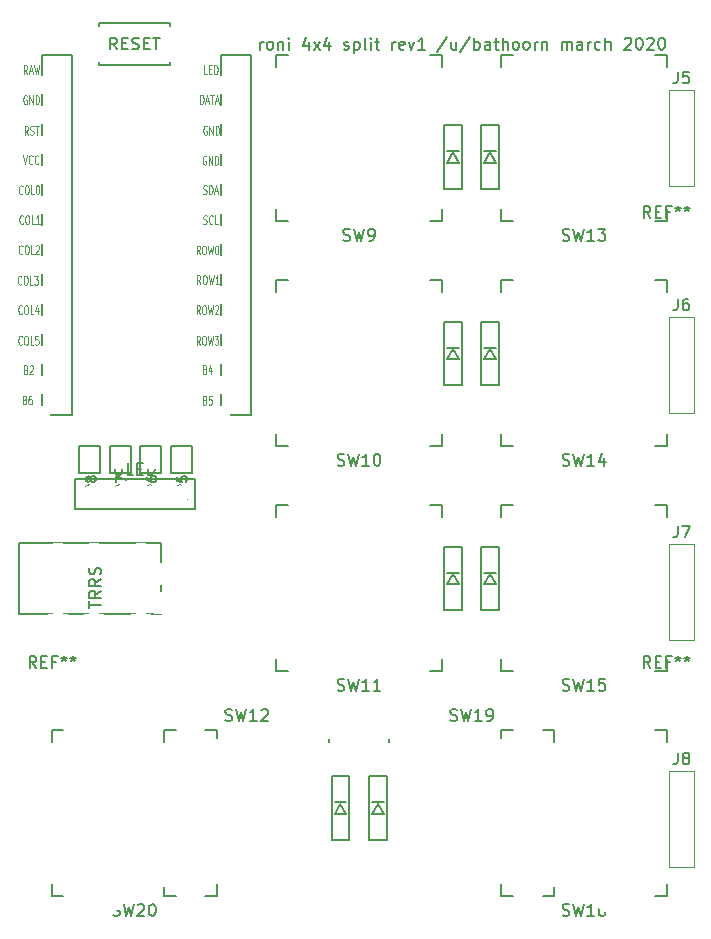
<source format=gto>
G04 #@! TF.GenerationSoftware,KiCad,Pcbnew,5.1.4+dfsg1-1*
G04 #@! TF.CreationDate,2020-03-28T17:02:21+01:00*
G04 #@! TF.ProjectId,roni4x2split,726f6e69-3478-4327-9370-6c69742e6b69,rev?*
G04 #@! TF.SameCoordinates,Original*
G04 #@! TF.FileFunction,Legend,Top*
G04 #@! TF.FilePolarity,Positive*
%FSLAX46Y46*%
G04 Gerber Fmt 4.6, Leading zero omitted, Abs format (unit mm)*
G04 Created by KiCad (PCBNEW 5.1.4+dfsg1-1) date 2020-03-28 17:02:21*
%MOMM*%
%LPD*%
G04 APERTURE LIST*
%ADD10C,0.150000*%
%ADD11C,0.120000*%
%ADD12C,0.152400*%
%ADD13C,0.125000*%
%ADD14C,4.502000*%
%ADD15C,3.150000*%
%ADD16C,4.089800*%
%ADD17R,1.702000X1.702000*%
%ADD18C,2.102000*%
%ADD19R,1.052000X1.402000*%
%ADD20R,1.499000X1.499000*%
%ADD21C,1.499000*%
%ADD22C,1.803800*%
%ADD23C,2.388000*%
%ADD24C,1.302000*%
%ADD25O,2.602000X1.802000*%
%ADD26R,1.245000X0.737000*%
%ADD27C,1.626000*%
G04 APERTURE END LIST*
D10*
X110675024Y-14739916D02*
X110675024Y-14073250D01*
X110675024Y-14263726D02*
X110722643Y-14168488D01*
X110770262Y-14120869D01*
X110865500Y-14073250D01*
X110960738Y-14073250D01*
X111436929Y-14739916D02*
X111341691Y-14692297D01*
X111294071Y-14644678D01*
X111246452Y-14549440D01*
X111246452Y-14263726D01*
X111294071Y-14168488D01*
X111341691Y-14120869D01*
X111436929Y-14073250D01*
X111579786Y-14073250D01*
X111675024Y-14120869D01*
X111722643Y-14168488D01*
X111770262Y-14263726D01*
X111770262Y-14549440D01*
X111722643Y-14644678D01*
X111675024Y-14692297D01*
X111579786Y-14739916D01*
X111436929Y-14739916D01*
X112198833Y-14073250D02*
X112198833Y-14739916D01*
X112198833Y-14168488D02*
X112246452Y-14120869D01*
X112341691Y-14073250D01*
X112484548Y-14073250D01*
X112579786Y-14120869D01*
X112627405Y-14216107D01*
X112627405Y-14739916D01*
X113103595Y-14739916D02*
X113103595Y-14073250D01*
X113103595Y-13739916D02*
X113055976Y-13787536D01*
X113103595Y-13835155D01*
X113151214Y-13787536D01*
X113103595Y-13739916D01*
X113103595Y-13835155D01*
X114770262Y-14073250D02*
X114770262Y-14739916D01*
X114532167Y-13692297D02*
X114294071Y-14406583D01*
X114913119Y-14406583D01*
X115198833Y-14739916D02*
X115722643Y-14073250D01*
X115198833Y-14073250D02*
X115722643Y-14739916D01*
X116532167Y-14073250D02*
X116532167Y-14739916D01*
X116294071Y-13692297D02*
X116055976Y-14406583D01*
X116675024Y-14406583D01*
X117770262Y-14692297D02*
X117865500Y-14739916D01*
X118055976Y-14739916D01*
X118151214Y-14692297D01*
X118198833Y-14597059D01*
X118198833Y-14549440D01*
X118151214Y-14454202D01*
X118055976Y-14406583D01*
X117913119Y-14406583D01*
X117817881Y-14358964D01*
X117770262Y-14263726D01*
X117770262Y-14216107D01*
X117817881Y-14120869D01*
X117913119Y-14073250D01*
X118055976Y-14073250D01*
X118151214Y-14120869D01*
X118627405Y-14073250D02*
X118627405Y-15073250D01*
X118627405Y-14120869D02*
X118722643Y-14073250D01*
X118913119Y-14073250D01*
X119008357Y-14120869D01*
X119055976Y-14168488D01*
X119103595Y-14263726D01*
X119103595Y-14549440D01*
X119055976Y-14644678D01*
X119008357Y-14692297D01*
X118913119Y-14739916D01*
X118722643Y-14739916D01*
X118627405Y-14692297D01*
X119675024Y-14739916D02*
X119579786Y-14692297D01*
X119532167Y-14597059D01*
X119532167Y-13739916D01*
X120055976Y-14739916D02*
X120055976Y-14073250D01*
X120055976Y-13739916D02*
X120008357Y-13787536D01*
X120055976Y-13835155D01*
X120103595Y-13787536D01*
X120055976Y-13739916D01*
X120055976Y-13835155D01*
X120389310Y-14073250D02*
X120770262Y-14073250D01*
X120532167Y-13739916D02*
X120532167Y-14597059D01*
X120579786Y-14692297D01*
X120675024Y-14739916D01*
X120770262Y-14739916D01*
X121865500Y-14739916D02*
X121865500Y-14073250D01*
X121865500Y-14263726D02*
X121913119Y-14168488D01*
X121960738Y-14120869D01*
X122055976Y-14073250D01*
X122151214Y-14073250D01*
X122865500Y-14692297D02*
X122770262Y-14739916D01*
X122579786Y-14739916D01*
X122484548Y-14692297D01*
X122436929Y-14597059D01*
X122436929Y-14216107D01*
X122484548Y-14120869D01*
X122579786Y-14073250D01*
X122770262Y-14073250D01*
X122865500Y-14120869D01*
X122913119Y-14216107D01*
X122913119Y-14311345D01*
X122436929Y-14406583D01*
X123246452Y-14073250D02*
X123484548Y-14739916D01*
X123722643Y-14073250D01*
X124627405Y-14739916D02*
X124055976Y-14739916D01*
X124341691Y-14739916D02*
X124341691Y-13739916D01*
X124246452Y-13882774D01*
X124151214Y-13978012D01*
X124055976Y-14025631D01*
X126532167Y-13692297D02*
X125675024Y-14978012D01*
X127294071Y-14073250D02*
X127294071Y-14739916D01*
X126865500Y-14073250D02*
X126865500Y-14597059D01*
X126913119Y-14692297D01*
X127008357Y-14739916D01*
X127151214Y-14739916D01*
X127246452Y-14692297D01*
X127294071Y-14644678D01*
X128484548Y-13692297D02*
X127627405Y-14978012D01*
X128817881Y-14739916D02*
X128817881Y-13739916D01*
X128817881Y-14120869D02*
X128913119Y-14073250D01*
X129103595Y-14073250D01*
X129198833Y-14120869D01*
X129246452Y-14168488D01*
X129294071Y-14263726D01*
X129294071Y-14549440D01*
X129246452Y-14644678D01*
X129198833Y-14692297D01*
X129103595Y-14739916D01*
X128913119Y-14739916D01*
X128817881Y-14692297D01*
X130151214Y-14739916D02*
X130151214Y-14216107D01*
X130103595Y-14120869D01*
X130008357Y-14073250D01*
X129817881Y-14073250D01*
X129722643Y-14120869D01*
X130151214Y-14692297D02*
X130055976Y-14739916D01*
X129817881Y-14739916D01*
X129722643Y-14692297D01*
X129675024Y-14597059D01*
X129675024Y-14501821D01*
X129722643Y-14406583D01*
X129817881Y-14358964D01*
X130055976Y-14358964D01*
X130151214Y-14311345D01*
X130484548Y-14073250D02*
X130865500Y-14073250D01*
X130627405Y-13739916D02*
X130627405Y-14597059D01*
X130675024Y-14692297D01*
X130770262Y-14739916D01*
X130865500Y-14739916D01*
X131198833Y-14739916D02*
X131198833Y-13739916D01*
X131627405Y-14739916D02*
X131627405Y-14216107D01*
X131579786Y-14120869D01*
X131484548Y-14073250D01*
X131341691Y-14073250D01*
X131246452Y-14120869D01*
X131198833Y-14168488D01*
X132246452Y-14739916D02*
X132151214Y-14692297D01*
X132103595Y-14644678D01*
X132055976Y-14549440D01*
X132055976Y-14263726D01*
X132103595Y-14168488D01*
X132151214Y-14120869D01*
X132246452Y-14073250D01*
X132389310Y-14073250D01*
X132484548Y-14120869D01*
X132532167Y-14168488D01*
X132579786Y-14263726D01*
X132579786Y-14549440D01*
X132532167Y-14644678D01*
X132484548Y-14692297D01*
X132389310Y-14739916D01*
X132246452Y-14739916D01*
X133151214Y-14739916D02*
X133055976Y-14692297D01*
X133008357Y-14644678D01*
X132960738Y-14549440D01*
X132960738Y-14263726D01*
X133008357Y-14168488D01*
X133055976Y-14120869D01*
X133151214Y-14073250D01*
X133294071Y-14073250D01*
X133389310Y-14120869D01*
X133436929Y-14168488D01*
X133484548Y-14263726D01*
X133484548Y-14549440D01*
X133436929Y-14644678D01*
X133389310Y-14692297D01*
X133294071Y-14739916D01*
X133151214Y-14739916D01*
X133913119Y-14739916D02*
X133913119Y-14073250D01*
X133913119Y-14263726D02*
X133960738Y-14168488D01*
X134008357Y-14120869D01*
X134103595Y-14073250D01*
X134198833Y-14073250D01*
X134532167Y-14073250D02*
X134532167Y-14739916D01*
X134532167Y-14168488D02*
X134579786Y-14120869D01*
X134675024Y-14073250D01*
X134817881Y-14073250D01*
X134913119Y-14120869D01*
X134960738Y-14216107D01*
X134960738Y-14739916D01*
X136198833Y-14739916D02*
X136198833Y-14073250D01*
X136198833Y-14168488D02*
X136246452Y-14120869D01*
X136341691Y-14073250D01*
X136484548Y-14073250D01*
X136579786Y-14120869D01*
X136627405Y-14216107D01*
X136627405Y-14739916D01*
X136627405Y-14216107D02*
X136675024Y-14120869D01*
X136770262Y-14073250D01*
X136913119Y-14073250D01*
X137008357Y-14120869D01*
X137055976Y-14216107D01*
X137055976Y-14739916D01*
X137960738Y-14739916D02*
X137960738Y-14216107D01*
X137913119Y-14120869D01*
X137817881Y-14073250D01*
X137627405Y-14073250D01*
X137532167Y-14120869D01*
X137960738Y-14692297D02*
X137865500Y-14739916D01*
X137627405Y-14739916D01*
X137532167Y-14692297D01*
X137484548Y-14597059D01*
X137484548Y-14501821D01*
X137532167Y-14406583D01*
X137627405Y-14358964D01*
X137865500Y-14358964D01*
X137960738Y-14311345D01*
X138436929Y-14739916D02*
X138436929Y-14073250D01*
X138436929Y-14263726D02*
X138484548Y-14168488D01*
X138532167Y-14120869D01*
X138627405Y-14073250D01*
X138722643Y-14073250D01*
X139484548Y-14692297D02*
X139389310Y-14739916D01*
X139198833Y-14739916D01*
X139103595Y-14692297D01*
X139055976Y-14644678D01*
X139008357Y-14549440D01*
X139008357Y-14263726D01*
X139055976Y-14168488D01*
X139103595Y-14120869D01*
X139198833Y-14073250D01*
X139389310Y-14073250D01*
X139484548Y-14120869D01*
X139913119Y-14739916D02*
X139913119Y-13739916D01*
X140341691Y-14739916D02*
X140341691Y-14216107D01*
X140294071Y-14120869D01*
X140198833Y-14073250D01*
X140055976Y-14073250D01*
X139960738Y-14120869D01*
X139913119Y-14168488D01*
X141532167Y-13835155D02*
X141579786Y-13787536D01*
X141675024Y-13739916D01*
X141913119Y-13739916D01*
X142008357Y-13787536D01*
X142055976Y-13835155D01*
X142103595Y-13930393D01*
X142103595Y-14025631D01*
X142055976Y-14168488D01*
X141484548Y-14739916D01*
X142103595Y-14739916D01*
X142722643Y-13739916D02*
X142817881Y-13739916D01*
X142913119Y-13787536D01*
X142960738Y-13835155D01*
X143008357Y-13930393D01*
X143055976Y-14120869D01*
X143055976Y-14358964D01*
X143008357Y-14549440D01*
X142960738Y-14644678D01*
X142913119Y-14692297D01*
X142817881Y-14739916D01*
X142722643Y-14739916D01*
X142627405Y-14692297D01*
X142579786Y-14644678D01*
X142532167Y-14549440D01*
X142484548Y-14358964D01*
X142484548Y-14120869D01*
X142532167Y-13930393D01*
X142579786Y-13835155D01*
X142627405Y-13787536D01*
X142722643Y-13739916D01*
X143436929Y-13835155D02*
X143484548Y-13787536D01*
X143579786Y-13739916D01*
X143817881Y-13739916D01*
X143913119Y-13787536D01*
X143960738Y-13835155D01*
X144008357Y-13930393D01*
X144008357Y-14025631D01*
X143960738Y-14168488D01*
X143389310Y-14739916D01*
X144008357Y-14739916D01*
X144627405Y-13739916D02*
X144722643Y-13739916D01*
X144817881Y-13787536D01*
X144865500Y-13835155D01*
X144913119Y-13930393D01*
X144960738Y-14120869D01*
X144960738Y-14358964D01*
X144913119Y-14549440D01*
X144865500Y-14644678D01*
X144817881Y-14692297D01*
X144722643Y-14739916D01*
X144627405Y-14739916D01*
X144532167Y-14692297D01*
X144484548Y-14644678D01*
X144436929Y-14549440D01*
X144389310Y-14358964D01*
X144389310Y-14120869D01*
X144436929Y-13930393D01*
X144484548Y-13835155D01*
X144532167Y-13787536D01*
X144627405Y-13739916D01*
D11*
X145288025Y-18203350D02*
X147408025Y-18203350D01*
X147408025Y-18203350D02*
X147408025Y-26279350D01*
X145288025Y-18203350D02*
X145288025Y-26279350D01*
X145288025Y-26279350D02*
X147408025Y-26279350D01*
X145288025Y-37422700D02*
X147408025Y-37422700D01*
X147408025Y-37422700D02*
X147408025Y-45498700D01*
X145288025Y-37422700D02*
X145288025Y-45498700D01*
X145288025Y-45498700D02*
X147408025Y-45498700D01*
X145288025Y-56642050D02*
X147408025Y-56642050D01*
X147408025Y-56642050D02*
X147408025Y-64718050D01*
X145288025Y-56642050D02*
X145288025Y-64718050D01*
X145288025Y-64718050D02*
X147408025Y-64718050D01*
X145288025Y-75861400D02*
X147408025Y-75861400D01*
X147408025Y-75861400D02*
X147408025Y-83937400D01*
X145288025Y-75861400D02*
X145288025Y-83937400D01*
X145288025Y-83937400D02*
X147408025Y-83937400D01*
D10*
X97012500Y-16036600D02*
X103012500Y-16036600D01*
X103012500Y-16036600D02*
X103012500Y-15786600D01*
X97012500Y-16036600D02*
X97012500Y-15786600D01*
X97012500Y-12536600D02*
X97012500Y-12786600D01*
X97012500Y-12536600D02*
X103012500Y-12536600D01*
X103012500Y-12536600D02*
X103012500Y-12786600D01*
X126992000Y-23411150D02*
X127492000Y-24311150D01*
X127492000Y-24311150D02*
X126492000Y-24311150D01*
X126492000Y-24311150D02*
X126992000Y-23411150D01*
X127492000Y-23311150D02*
X126492000Y-23311150D01*
X127742000Y-26511150D02*
X127742000Y-21111150D01*
X127742000Y-21111150D02*
X126242000Y-21111150D01*
X126242000Y-21111150D02*
X126242000Y-26511150D01*
X126242000Y-26511150D02*
X127742000Y-26511150D01*
X126992000Y-40078700D02*
X127492000Y-40978700D01*
X127492000Y-40978700D02*
X126492000Y-40978700D01*
X126492000Y-40978700D02*
X126992000Y-40078700D01*
X127492000Y-39978700D02*
X126492000Y-39978700D01*
X127742000Y-43178700D02*
X127742000Y-37778700D01*
X127742000Y-37778700D02*
X126242000Y-37778700D01*
X126242000Y-37778700D02*
X126242000Y-43178700D01*
X126242000Y-43178700D02*
X127742000Y-43178700D01*
X126992000Y-59127500D02*
X127492000Y-60027500D01*
X127492000Y-60027500D02*
X126492000Y-60027500D01*
X126492000Y-60027500D02*
X126992000Y-59127500D01*
X127492000Y-59027500D02*
X126492000Y-59027500D01*
X127742000Y-62227500D02*
X127742000Y-56827500D01*
X127742000Y-56827500D02*
X126242000Y-56827500D01*
X126242000Y-56827500D02*
X126242000Y-62227500D01*
X126242000Y-62227500D02*
X127742000Y-62227500D01*
X116725296Y-81678324D02*
X118225296Y-81678324D01*
X116725296Y-76278324D02*
X116725296Y-81678324D01*
X118225296Y-76278324D02*
X116725296Y-76278324D01*
X118225296Y-81678324D02*
X118225296Y-76278324D01*
X117975296Y-78478324D02*
X116975296Y-78478324D01*
X116975296Y-79478324D02*
X117475296Y-78578324D01*
X117975296Y-79478324D02*
X116975296Y-79478324D01*
X117475296Y-78578324D02*
X117975296Y-79478324D01*
X129416800Y-26511150D02*
X130916800Y-26511150D01*
X129416800Y-21111150D02*
X129416800Y-26511150D01*
X130916800Y-21111150D02*
X129416800Y-21111150D01*
X130916800Y-26511150D02*
X130916800Y-21111150D01*
X130666800Y-23311150D02*
X129666800Y-23311150D01*
X129666800Y-24311150D02*
X130166800Y-23411150D01*
X130666800Y-24311150D02*
X129666800Y-24311150D01*
X130166800Y-23411150D02*
X130666800Y-24311150D01*
X129416800Y-43178700D02*
X130916800Y-43178700D01*
X129416800Y-37778700D02*
X129416800Y-43178700D01*
X130916800Y-37778700D02*
X129416800Y-37778700D01*
X130916800Y-43178700D02*
X130916800Y-37778700D01*
X130666800Y-39978700D02*
X129666800Y-39978700D01*
X129666800Y-40978700D02*
X130166800Y-40078700D01*
X130666800Y-40978700D02*
X129666800Y-40978700D01*
X130166800Y-40078700D02*
X130666800Y-40978700D01*
X129416800Y-62227500D02*
X130916800Y-62227500D01*
X129416800Y-56827500D02*
X129416800Y-62227500D01*
X130916800Y-56827500D02*
X129416800Y-56827500D01*
X130916800Y-62227500D02*
X130916800Y-56827500D01*
X130666800Y-59027500D02*
X129666800Y-59027500D01*
X129666800Y-60027500D02*
X130166800Y-59127500D01*
X130666800Y-60027500D02*
X129666800Y-60027500D01*
X130166800Y-59127500D02*
X130666800Y-60027500D01*
X120650304Y-78578324D02*
X121150304Y-79478324D01*
X121150304Y-79478324D02*
X120150304Y-79478324D01*
X120150304Y-79478324D02*
X120650304Y-78578324D01*
X121150304Y-78478324D02*
X120150304Y-78478324D01*
X121400304Y-81678324D02*
X121400304Y-76278324D01*
X121400304Y-76278324D02*
X119900304Y-76278324D01*
X119900304Y-76278324D02*
X119900304Y-81678324D01*
X119900304Y-81678324D02*
X121400304Y-81678324D01*
X126055000Y-28223600D02*
X126055000Y-29223600D01*
X126055000Y-15223600D02*
X126055000Y-16223600D01*
X112055000Y-29223600D02*
X112055000Y-28223600D01*
X113055000Y-29223600D02*
X112055000Y-29223600D01*
X112055000Y-15223600D02*
X113055000Y-15223600D01*
X112055000Y-16223600D02*
X112055000Y-15223600D01*
X125055000Y-15223600D02*
X126055000Y-15223600D01*
X126055000Y-29223600D02*
X125055000Y-29223600D01*
X126055000Y-48272400D02*
X125055000Y-48272400D01*
X125055000Y-34272400D02*
X126055000Y-34272400D01*
X112055000Y-35272400D02*
X112055000Y-34272400D01*
X112055000Y-34272400D02*
X113055000Y-34272400D01*
X113055000Y-48272400D02*
X112055000Y-48272400D01*
X112055000Y-48272400D02*
X112055000Y-47272400D01*
X126055000Y-34272400D02*
X126055000Y-35272400D01*
X126055000Y-47272400D02*
X126055000Y-48272400D01*
X126055000Y-67321200D02*
X125055000Y-67321200D01*
X125055000Y-53321200D02*
X126055000Y-53321200D01*
X112055000Y-54321200D02*
X112055000Y-53321200D01*
X112055000Y-53321200D02*
X113055000Y-53321200D01*
X113055000Y-67321200D02*
X112055000Y-67321200D01*
X112055000Y-67321200D02*
X112055000Y-66321200D01*
X126055000Y-53321200D02*
X126055000Y-54321200D01*
X126055000Y-66321200D02*
X126055000Y-67321200D01*
X102537776Y-72375200D02*
X103537776Y-72375200D01*
X103537776Y-86375200D02*
X102537776Y-86375200D01*
X116537776Y-85375200D02*
X116537776Y-86375200D01*
X116537776Y-86375200D02*
X115537776Y-86375200D01*
X115537776Y-72375200D02*
X116537776Y-72375200D01*
X116537776Y-72375200D02*
X116537776Y-73375200D01*
X102537776Y-86375200D02*
X102537776Y-85375200D01*
X102537776Y-73375200D02*
X102537776Y-72375200D01*
X145103800Y-29223600D02*
X144103800Y-29223600D01*
X144103800Y-15223600D02*
X145103800Y-15223600D01*
X131103800Y-16223600D02*
X131103800Y-15223600D01*
X131103800Y-15223600D02*
X132103800Y-15223600D01*
X132103800Y-29223600D02*
X131103800Y-29223600D01*
X131103800Y-29223600D02*
X131103800Y-28223600D01*
X145103800Y-15223600D02*
X145103800Y-16223600D01*
X145103800Y-28223600D02*
X145103800Y-29223600D01*
X145103800Y-47272400D02*
X145103800Y-48272400D01*
X145103800Y-34272400D02*
X145103800Y-35272400D01*
X131103800Y-48272400D02*
X131103800Y-47272400D01*
X132103800Y-48272400D02*
X131103800Y-48272400D01*
X131103800Y-34272400D02*
X132103800Y-34272400D01*
X131103800Y-35272400D02*
X131103800Y-34272400D01*
X144103800Y-34272400D02*
X145103800Y-34272400D01*
X145103800Y-48272400D02*
X144103800Y-48272400D01*
X145103800Y-66321200D02*
X145103800Y-67321200D01*
X145103800Y-53321200D02*
X145103800Y-54321200D01*
X131103800Y-67321200D02*
X131103800Y-66321200D01*
X132103800Y-67321200D02*
X131103800Y-67321200D01*
X131103800Y-53321200D02*
X132103800Y-53321200D01*
X131103800Y-54321200D02*
X131103800Y-53321200D01*
X144103800Y-53321200D02*
X145103800Y-53321200D01*
X145103800Y-67321200D02*
X144103800Y-67321200D01*
X145103800Y-85370000D02*
X145103800Y-86370000D01*
X145103800Y-72370000D02*
X145103800Y-73370000D01*
X131103800Y-86370000D02*
X131103800Y-85370000D01*
X132103800Y-86370000D02*
X131103800Y-86370000D01*
X131103800Y-72370000D02*
X132103800Y-72370000D01*
X131103800Y-73370000D02*
X131103800Y-72370000D01*
X144103800Y-72370000D02*
X145103800Y-72370000D01*
X145103800Y-86370000D02*
X144103800Y-86370000D01*
X121587824Y-72375200D02*
X122587824Y-72375200D01*
X122587824Y-86375200D02*
X121587824Y-86375200D01*
X135587824Y-85375200D02*
X135587824Y-86375200D01*
X135587824Y-86375200D02*
X134587824Y-86375200D01*
X134587824Y-72375200D02*
X135587824Y-72375200D01*
X135587824Y-72375200D02*
X135587824Y-73375200D01*
X121587824Y-86375200D02*
X121587824Y-85375200D01*
X121587824Y-73375200D02*
X121587824Y-72375200D01*
X107012752Y-86375200D02*
X106012752Y-86375200D01*
X106012752Y-72375200D02*
X107012752Y-72375200D01*
X93012752Y-73375200D02*
X93012752Y-72375200D01*
X93012752Y-72375200D02*
X94012752Y-72375200D01*
X94012752Y-86375200D02*
X93012752Y-86375200D01*
X93012752Y-86375200D02*
X93012752Y-85375200D01*
X107012752Y-72375200D02*
X107012752Y-73375200D01*
X107012752Y-85375200D02*
X107012752Y-86375200D01*
X90289290Y-62531400D02*
X90289290Y-56531400D01*
X90289290Y-56531400D02*
X102289290Y-56531400D01*
X102289290Y-56531400D02*
X102289290Y-62531400D01*
X102289290Y-62531400D02*
X90289290Y-62531400D01*
X94972430Y-53657632D02*
X105132430Y-53657632D01*
X94972430Y-51117632D02*
X105132430Y-51117632D01*
X105132430Y-51117632D02*
X105132430Y-53657632D01*
X94972430Y-53657632D02*
X94972430Y-51117632D01*
X103092512Y-50554062D02*
X103092512Y-48268062D01*
X103092512Y-48268062D02*
X104870512Y-48268062D01*
X104870512Y-48268062D02*
X104870512Y-50554062D01*
X104870512Y-50554062D02*
X103092512Y-50554062D01*
X102290818Y-50554062D02*
X100512818Y-50554062D01*
X102290818Y-48268062D02*
X102290818Y-50554062D01*
X100512818Y-48268062D02*
X102290818Y-48268062D01*
X100512818Y-50554062D02*
X100512818Y-48268062D01*
X97933124Y-50554062D02*
X97933124Y-48268062D01*
X97933124Y-48268062D02*
X99711124Y-48268062D01*
X99711124Y-48268062D02*
X99711124Y-50554062D01*
X99711124Y-50554062D02*
X97933124Y-50554062D01*
X97131430Y-50554062D02*
X95353430Y-50554062D01*
X97131430Y-48268062D02*
X97131430Y-50554062D01*
X95353430Y-48268062D02*
X97131430Y-48268062D01*
X95353430Y-50554062D02*
X95353430Y-48268062D01*
X107391342Y-45686300D02*
X107391342Y-15206300D01*
X109931342Y-45686300D02*
X107391342Y-45686300D01*
X109931342Y-15206300D02*
X109931342Y-45686300D01*
X107391342Y-15206300D02*
X109931342Y-15206300D01*
X92171342Y-45686300D02*
X92171342Y-15206300D01*
X94711342Y-45686300D02*
X92171342Y-45686300D01*
X94711342Y-15206300D02*
X94711342Y-45686300D01*
X92171342Y-15206300D02*
X94711342Y-15206300D01*
X91734088Y-67102556D02*
X91400755Y-66626366D01*
X91162660Y-67102556D02*
X91162660Y-66102556D01*
X91543612Y-66102556D01*
X91638850Y-66150176D01*
X91686469Y-66197795D01*
X91734088Y-66293033D01*
X91734088Y-66435890D01*
X91686469Y-66531128D01*
X91638850Y-66578747D01*
X91543612Y-66626366D01*
X91162660Y-66626366D01*
X92162660Y-66578747D02*
X92495993Y-66578747D01*
X92638850Y-67102556D02*
X92162660Y-67102556D01*
X92162660Y-66102556D01*
X92638850Y-66102556D01*
X93400755Y-66578747D02*
X93067422Y-66578747D01*
X93067422Y-67102556D02*
X93067422Y-66102556D01*
X93543612Y-66102556D01*
X94067422Y-66102556D02*
X94067422Y-66340652D01*
X93829326Y-66245414D02*
X94067422Y-66340652D01*
X94305517Y-66245414D01*
X93924564Y-66531128D02*
X94067422Y-66340652D01*
X94210279Y-66531128D01*
X94829326Y-66102556D02*
X94829326Y-66340652D01*
X94591231Y-66245414D02*
X94829326Y-66340652D01*
X95067422Y-66245414D01*
X94686469Y-66531128D02*
X94829326Y-66340652D01*
X94972183Y-66531128D01*
X143724844Y-29002460D02*
X143391511Y-28526270D01*
X143153416Y-29002460D02*
X143153416Y-28002460D01*
X143534368Y-28002460D01*
X143629606Y-28050080D01*
X143677225Y-28097699D01*
X143724844Y-28192937D01*
X143724844Y-28335794D01*
X143677225Y-28431032D01*
X143629606Y-28478651D01*
X143534368Y-28526270D01*
X143153416Y-28526270D01*
X144153416Y-28478651D02*
X144486749Y-28478651D01*
X144629606Y-29002460D02*
X144153416Y-29002460D01*
X144153416Y-28002460D01*
X144629606Y-28002460D01*
X145391511Y-28478651D02*
X145058178Y-28478651D01*
X145058178Y-29002460D02*
X145058178Y-28002460D01*
X145534368Y-28002460D01*
X146058178Y-28002460D02*
X146058178Y-28240556D01*
X145820082Y-28145318D02*
X146058178Y-28240556D01*
X146296273Y-28145318D01*
X145915320Y-28431032D02*
X146058178Y-28240556D01*
X146201035Y-28431032D01*
X146820082Y-28002460D02*
X146820082Y-28240556D01*
X146581987Y-28145318D02*
X146820082Y-28240556D01*
X147058178Y-28145318D01*
X146677225Y-28431032D02*
X146820082Y-28240556D01*
X146962939Y-28431032D01*
X143724844Y-67102556D02*
X143391511Y-66626366D01*
X143153416Y-67102556D02*
X143153416Y-66102556D01*
X143534368Y-66102556D01*
X143629606Y-66150176D01*
X143677225Y-66197795D01*
X143724844Y-66293033D01*
X143724844Y-66435890D01*
X143677225Y-66531128D01*
X143629606Y-66578747D01*
X143534368Y-66626366D01*
X143153416Y-66626366D01*
X144153416Y-66578747D02*
X144486749Y-66578747D01*
X144629606Y-67102556D02*
X144153416Y-67102556D01*
X144153416Y-66102556D01*
X144629606Y-66102556D01*
X145391511Y-66578747D02*
X145058178Y-66578747D01*
X145058178Y-67102556D02*
X145058178Y-66102556D01*
X145534368Y-66102556D01*
X146058178Y-66102556D02*
X146058178Y-66340652D01*
X145820082Y-66245414D02*
X146058178Y-66340652D01*
X146296273Y-66245414D01*
X145915320Y-66531128D02*
X146058178Y-66340652D01*
X146201035Y-66531128D01*
X146820082Y-66102556D02*
X146820082Y-66340652D01*
X146581987Y-66245414D02*
X146820082Y-66340652D01*
X147058178Y-66245414D01*
X146677225Y-66531128D02*
X146820082Y-66340652D01*
X146962939Y-66531128D01*
X146014691Y-16611730D02*
X146014691Y-17326016D01*
X145967072Y-17468873D01*
X145871834Y-17564111D01*
X145728977Y-17611730D01*
X145633739Y-17611730D01*
X146967072Y-16611730D02*
X146490882Y-16611730D01*
X146443263Y-17087921D01*
X146490882Y-17040302D01*
X146586120Y-16992683D01*
X146824215Y-16992683D01*
X146919453Y-17040302D01*
X146967072Y-17087921D01*
X147014691Y-17183159D01*
X147014691Y-17421254D01*
X146967072Y-17516492D01*
X146919453Y-17564111D01*
X146824215Y-17611730D01*
X146586120Y-17611730D01*
X146490882Y-17564111D01*
X146443263Y-17516492D01*
X146014691Y-35831080D02*
X146014691Y-36545366D01*
X145967072Y-36688223D01*
X145871834Y-36783461D01*
X145728977Y-36831080D01*
X145633739Y-36831080D01*
X146919453Y-35831080D02*
X146728977Y-35831080D01*
X146633739Y-35878700D01*
X146586120Y-35926319D01*
X146490882Y-36069176D01*
X146443263Y-36259652D01*
X146443263Y-36640604D01*
X146490882Y-36735842D01*
X146538501Y-36783461D01*
X146633739Y-36831080D01*
X146824215Y-36831080D01*
X146919453Y-36783461D01*
X146967072Y-36735842D01*
X147014691Y-36640604D01*
X147014691Y-36402509D01*
X146967072Y-36307271D01*
X146919453Y-36259652D01*
X146824215Y-36212033D01*
X146633739Y-36212033D01*
X146538501Y-36259652D01*
X146490882Y-36307271D01*
X146443263Y-36402509D01*
X146014691Y-55050430D02*
X146014691Y-55764716D01*
X145967072Y-55907573D01*
X145871834Y-56002811D01*
X145728977Y-56050430D01*
X145633739Y-56050430D01*
X146395644Y-55050430D02*
X147062310Y-55050430D01*
X146633739Y-56050430D01*
X146014691Y-74269780D02*
X146014691Y-74984066D01*
X145967072Y-75126923D01*
X145871834Y-75222161D01*
X145728977Y-75269780D01*
X145633739Y-75269780D01*
X146633739Y-74698352D02*
X146538501Y-74650733D01*
X146490882Y-74603114D01*
X146443263Y-74507876D01*
X146443263Y-74460257D01*
X146490882Y-74365019D01*
X146538501Y-74317400D01*
X146633739Y-74269780D01*
X146824215Y-74269780D01*
X146919453Y-74317400D01*
X146967072Y-74365019D01*
X147014691Y-74460257D01*
X147014691Y-74507876D01*
X146967072Y-74603114D01*
X146919453Y-74650733D01*
X146824215Y-74698352D01*
X146633739Y-74698352D01*
X146538501Y-74745971D01*
X146490882Y-74793590D01*
X146443263Y-74888828D01*
X146443263Y-75079304D01*
X146490882Y-75174542D01*
X146538501Y-75222161D01*
X146633739Y-75269780D01*
X146824215Y-75269780D01*
X146919453Y-75222161D01*
X146967072Y-75174542D01*
X147014691Y-75079304D01*
X147014691Y-74888828D01*
X146967072Y-74793590D01*
X146919453Y-74745971D01*
X146824215Y-74698352D01*
X98560119Y-14738980D02*
X98226785Y-14262790D01*
X97988690Y-14738980D02*
X97988690Y-13738980D01*
X98369642Y-13738980D01*
X98464880Y-13786600D01*
X98512500Y-13834219D01*
X98560119Y-13929457D01*
X98560119Y-14072314D01*
X98512500Y-14167552D01*
X98464880Y-14215171D01*
X98369642Y-14262790D01*
X97988690Y-14262790D01*
X98988690Y-14215171D02*
X99322023Y-14215171D01*
X99464880Y-14738980D02*
X98988690Y-14738980D01*
X98988690Y-13738980D01*
X99464880Y-13738980D01*
X99845833Y-14691361D02*
X99988690Y-14738980D01*
X100226785Y-14738980D01*
X100322023Y-14691361D01*
X100369642Y-14643742D01*
X100417261Y-14548504D01*
X100417261Y-14453266D01*
X100369642Y-14358028D01*
X100322023Y-14310409D01*
X100226785Y-14262790D01*
X100036309Y-14215171D01*
X99941071Y-14167552D01*
X99893452Y-14119933D01*
X99845833Y-14024695D01*
X99845833Y-13929457D01*
X99893452Y-13834219D01*
X99941071Y-13786600D01*
X100036309Y-13738980D01*
X100274404Y-13738980D01*
X100417261Y-13786600D01*
X100845833Y-14215171D02*
X101179166Y-14215171D01*
X101322023Y-14738980D02*
X100845833Y-14738980D01*
X100845833Y-13738980D01*
X101322023Y-13738980D01*
X101607738Y-13738980D02*
X102179166Y-13738980D01*
X101893452Y-14738980D02*
X101893452Y-13738980D01*
X117721666Y-30883361D02*
X117864523Y-30930980D01*
X118102619Y-30930980D01*
X118197857Y-30883361D01*
X118245476Y-30835742D01*
X118293095Y-30740504D01*
X118293095Y-30645266D01*
X118245476Y-30550028D01*
X118197857Y-30502409D01*
X118102619Y-30454790D01*
X117912142Y-30407171D01*
X117816904Y-30359552D01*
X117769285Y-30311933D01*
X117721666Y-30216695D01*
X117721666Y-30121457D01*
X117769285Y-30026219D01*
X117816904Y-29978600D01*
X117912142Y-29930980D01*
X118150238Y-29930980D01*
X118293095Y-29978600D01*
X118626428Y-29930980D02*
X118864523Y-30930980D01*
X119055000Y-30216695D01*
X119245476Y-30930980D01*
X119483571Y-29930980D01*
X119912142Y-30930980D02*
X120102619Y-30930980D01*
X120197857Y-30883361D01*
X120245476Y-30835742D01*
X120340714Y-30692885D01*
X120388333Y-30502409D01*
X120388333Y-30121457D01*
X120340714Y-30026219D01*
X120293095Y-29978600D01*
X120197857Y-29930980D01*
X120007380Y-29930980D01*
X119912142Y-29978600D01*
X119864523Y-30026219D01*
X119816904Y-30121457D01*
X119816904Y-30359552D01*
X119864523Y-30454790D01*
X119912142Y-30502409D01*
X120007380Y-30550028D01*
X120197857Y-30550028D01*
X120293095Y-30502409D01*
X120340714Y-30454790D01*
X120388333Y-30359552D01*
X117245476Y-49932161D02*
X117388333Y-49979780D01*
X117626428Y-49979780D01*
X117721666Y-49932161D01*
X117769285Y-49884542D01*
X117816904Y-49789304D01*
X117816904Y-49694066D01*
X117769285Y-49598828D01*
X117721666Y-49551209D01*
X117626428Y-49503590D01*
X117435952Y-49455971D01*
X117340714Y-49408352D01*
X117293095Y-49360733D01*
X117245476Y-49265495D01*
X117245476Y-49170257D01*
X117293095Y-49075019D01*
X117340714Y-49027400D01*
X117435952Y-48979780D01*
X117674047Y-48979780D01*
X117816904Y-49027400D01*
X118150238Y-48979780D02*
X118388333Y-49979780D01*
X118578809Y-49265495D01*
X118769285Y-49979780D01*
X119007380Y-48979780D01*
X119912142Y-49979780D02*
X119340714Y-49979780D01*
X119626428Y-49979780D02*
X119626428Y-48979780D01*
X119531190Y-49122638D01*
X119435952Y-49217876D01*
X119340714Y-49265495D01*
X120531190Y-48979780D02*
X120626428Y-48979780D01*
X120721666Y-49027400D01*
X120769285Y-49075019D01*
X120816904Y-49170257D01*
X120864523Y-49360733D01*
X120864523Y-49598828D01*
X120816904Y-49789304D01*
X120769285Y-49884542D01*
X120721666Y-49932161D01*
X120626428Y-49979780D01*
X120531190Y-49979780D01*
X120435952Y-49932161D01*
X120388333Y-49884542D01*
X120340714Y-49789304D01*
X120293095Y-49598828D01*
X120293095Y-49360733D01*
X120340714Y-49170257D01*
X120388333Y-49075019D01*
X120435952Y-49027400D01*
X120531190Y-48979780D01*
X117245476Y-68980961D02*
X117388333Y-69028580D01*
X117626428Y-69028580D01*
X117721666Y-68980961D01*
X117769285Y-68933342D01*
X117816904Y-68838104D01*
X117816904Y-68742866D01*
X117769285Y-68647628D01*
X117721666Y-68600009D01*
X117626428Y-68552390D01*
X117435952Y-68504771D01*
X117340714Y-68457152D01*
X117293095Y-68409533D01*
X117245476Y-68314295D01*
X117245476Y-68219057D01*
X117293095Y-68123819D01*
X117340714Y-68076200D01*
X117435952Y-68028580D01*
X117674047Y-68028580D01*
X117816904Y-68076200D01*
X118150238Y-68028580D02*
X118388333Y-69028580D01*
X118578809Y-68314295D01*
X118769285Y-69028580D01*
X119007380Y-68028580D01*
X119912142Y-69028580D02*
X119340714Y-69028580D01*
X119626428Y-69028580D02*
X119626428Y-68028580D01*
X119531190Y-68171438D01*
X119435952Y-68266676D01*
X119340714Y-68314295D01*
X120864523Y-69028580D02*
X120293095Y-69028580D01*
X120578809Y-69028580D02*
X120578809Y-68028580D01*
X120483571Y-68171438D01*
X120388333Y-68266676D01*
X120293095Y-68314295D01*
X107728252Y-71524961D02*
X107871109Y-71572580D01*
X108109204Y-71572580D01*
X108204442Y-71524961D01*
X108252061Y-71477342D01*
X108299680Y-71382104D01*
X108299680Y-71286866D01*
X108252061Y-71191628D01*
X108204442Y-71144009D01*
X108109204Y-71096390D01*
X107918728Y-71048771D01*
X107823490Y-71001152D01*
X107775871Y-70953533D01*
X107728252Y-70858295D01*
X107728252Y-70763057D01*
X107775871Y-70667819D01*
X107823490Y-70620200D01*
X107918728Y-70572580D01*
X108156823Y-70572580D01*
X108299680Y-70620200D01*
X108633014Y-70572580D02*
X108871109Y-71572580D01*
X109061585Y-70858295D01*
X109252061Y-71572580D01*
X109490156Y-70572580D01*
X110394918Y-71572580D02*
X109823490Y-71572580D01*
X110109204Y-71572580D02*
X110109204Y-70572580D01*
X110013966Y-70715438D01*
X109918728Y-70810676D01*
X109823490Y-70858295D01*
X110775871Y-70667819D02*
X110823490Y-70620200D01*
X110918728Y-70572580D01*
X111156823Y-70572580D01*
X111252061Y-70620200D01*
X111299680Y-70667819D01*
X111347299Y-70763057D01*
X111347299Y-70858295D01*
X111299680Y-71001152D01*
X110728252Y-71572580D01*
X111347299Y-71572580D01*
X136294276Y-30883361D02*
X136437133Y-30930980D01*
X136675228Y-30930980D01*
X136770466Y-30883361D01*
X136818085Y-30835742D01*
X136865704Y-30740504D01*
X136865704Y-30645266D01*
X136818085Y-30550028D01*
X136770466Y-30502409D01*
X136675228Y-30454790D01*
X136484752Y-30407171D01*
X136389514Y-30359552D01*
X136341895Y-30311933D01*
X136294276Y-30216695D01*
X136294276Y-30121457D01*
X136341895Y-30026219D01*
X136389514Y-29978600D01*
X136484752Y-29930980D01*
X136722847Y-29930980D01*
X136865704Y-29978600D01*
X137199038Y-29930980D02*
X137437133Y-30930980D01*
X137627609Y-30216695D01*
X137818085Y-30930980D01*
X138056180Y-29930980D01*
X138960942Y-30930980D02*
X138389514Y-30930980D01*
X138675228Y-30930980D02*
X138675228Y-29930980D01*
X138579990Y-30073838D01*
X138484752Y-30169076D01*
X138389514Y-30216695D01*
X139294276Y-29930980D02*
X139913323Y-29930980D01*
X139579990Y-30311933D01*
X139722847Y-30311933D01*
X139818085Y-30359552D01*
X139865704Y-30407171D01*
X139913323Y-30502409D01*
X139913323Y-30740504D01*
X139865704Y-30835742D01*
X139818085Y-30883361D01*
X139722847Y-30930980D01*
X139437133Y-30930980D01*
X139341895Y-30883361D01*
X139294276Y-30835742D01*
X136294276Y-49932161D02*
X136437133Y-49979780D01*
X136675228Y-49979780D01*
X136770466Y-49932161D01*
X136818085Y-49884542D01*
X136865704Y-49789304D01*
X136865704Y-49694066D01*
X136818085Y-49598828D01*
X136770466Y-49551209D01*
X136675228Y-49503590D01*
X136484752Y-49455971D01*
X136389514Y-49408352D01*
X136341895Y-49360733D01*
X136294276Y-49265495D01*
X136294276Y-49170257D01*
X136341895Y-49075019D01*
X136389514Y-49027400D01*
X136484752Y-48979780D01*
X136722847Y-48979780D01*
X136865704Y-49027400D01*
X137199038Y-48979780D02*
X137437133Y-49979780D01*
X137627609Y-49265495D01*
X137818085Y-49979780D01*
X138056180Y-48979780D01*
X138960942Y-49979780D02*
X138389514Y-49979780D01*
X138675228Y-49979780D02*
X138675228Y-48979780D01*
X138579990Y-49122638D01*
X138484752Y-49217876D01*
X138389514Y-49265495D01*
X139818085Y-49313114D02*
X139818085Y-49979780D01*
X139579990Y-48932161D02*
X139341895Y-49646447D01*
X139960942Y-49646447D01*
X136294276Y-68980961D02*
X136437133Y-69028580D01*
X136675228Y-69028580D01*
X136770466Y-68980961D01*
X136818085Y-68933342D01*
X136865704Y-68838104D01*
X136865704Y-68742866D01*
X136818085Y-68647628D01*
X136770466Y-68600009D01*
X136675228Y-68552390D01*
X136484752Y-68504771D01*
X136389514Y-68457152D01*
X136341895Y-68409533D01*
X136294276Y-68314295D01*
X136294276Y-68219057D01*
X136341895Y-68123819D01*
X136389514Y-68076200D01*
X136484752Y-68028580D01*
X136722847Y-68028580D01*
X136865704Y-68076200D01*
X137199038Y-68028580D02*
X137437133Y-69028580D01*
X137627609Y-68314295D01*
X137818085Y-69028580D01*
X138056180Y-68028580D01*
X138960942Y-69028580D02*
X138389514Y-69028580D01*
X138675228Y-69028580D02*
X138675228Y-68028580D01*
X138579990Y-68171438D01*
X138484752Y-68266676D01*
X138389514Y-68314295D01*
X139865704Y-68028580D02*
X139389514Y-68028580D01*
X139341895Y-68504771D01*
X139389514Y-68457152D01*
X139484752Y-68409533D01*
X139722847Y-68409533D01*
X139818085Y-68457152D01*
X139865704Y-68504771D01*
X139913323Y-68600009D01*
X139913323Y-68838104D01*
X139865704Y-68933342D01*
X139818085Y-68980961D01*
X139722847Y-69028580D01*
X139484752Y-69028580D01*
X139389514Y-68980961D01*
X139341895Y-68933342D01*
X136294276Y-88029761D02*
X136437133Y-88077380D01*
X136675228Y-88077380D01*
X136770466Y-88029761D01*
X136818085Y-87982142D01*
X136865704Y-87886904D01*
X136865704Y-87791666D01*
X136818085Y-87696428D01*
X136770466Y-87648809D01*
X136675228Y-87601190D01*
X136484752Y-87553571D01*
X136389514Y-87505952D01*
X136341895Y-87458333D01*
X136294276Y-87363095D01*
X136294276Y-87267857D01*
X136341895Y-87172619D01*
X136389514Y-87125000D01*
X136484752Y-87077380D01*
X136722847Y-87077380D01*
X136865704Y-87125000D01*
X137199038Y-87077380D02*
X137437133Y-88077380D01*
X137627609Y-87363095D01*
X137818085Y-88077380D01*
X138056180Y-87077380D01*
X138960942Y-88077380D02*
X138389514Y-88077380D01*
X138675228Y-88077380D02*
X138675228Y-87077380D01*
X138579990Y-87220238D01*
X138484752Y-87315476D01*
X138389514Y-87363095D01*
X139818085Y-87077380D02*
X139627609Y-87077380D01*
X139532371Y-87125000D01*
X139484752Y-87172619D01*
X139389514Y-87315476D01*
X139341895Y-87505952D01*
X139341895Y-87886904D01*
X139389514Y-87982142D01*
X139437133Y-88029761D01*
X139532371Y-88077380D01*
X139722847Y-88077380D01*
X139818085Y-88029761D01*
X139865704Y-87982142D01*
X139913323Y-87886904D01*
X139913323Y-87648809D01*
X139865704Y-87553571D01*
X139818085Y-87505952D01*
X139722847Y-87458333D01*
X139532371Y-87458333D01*
X139437133Y-87505952D01*
X139389514Y-87553571D01*
X139341895Y-87648809D01*
X126778300Y-71524961D02*
X126921157Y-71572580D01*
X127159252Y-71572580D01*
X127254490Y-71524961D01*
X127302109Y-71477342D01*
X127349728Y-71382104D01*
X127349728Y-71286866D01*
X127302109Y-71191628D01*
X127254490Y-71144009D01*
X127159252Y-71096390D01*
X126968776Y-71048771D01*
X126873538Y-71001152D01*
X126825919Y-70953533D01*
X126778300Y-70858295D01*
X126778300Y-70763057D01*
X126825919Y-70667819D01*
X126873538Y-70620200D01*
X126968776Y-70572580D01*
X127206871Y-70572580D01*
X127349728Y-70620200D01*
X127683062Y-70572580D02*
X127921157Y-71572580D01*
X128111633Y-70858295D01*
X128302109Y-71572580D01*
X128540204Y-70572580D01*
X129444966Y-71572580D02*
X128873538Y-71572580D01*
X129159252Y-71572580D02*
X129159252Y-70572580D01*
X129064014Y-70715438D01*
X128968776Y-70810676D01*
X128873538Y-70858295D01*
X129921157Y-71572580D02*
X130111633Y-71572580D01*
X130206871Y-71524961D01*
X130254490Y-71477342D01*
X130349728Y-71334485D01*
X130397347Y-71144009D01*
X130397347Y-70763057D01*
X130349728Y-70667819D01*
X130302109Y-70620200D01*
X130206871Y-70572580D01*
X130016395Y-70572580D01*
X129921157Y-70620200D01*
X129873538Y-70667819D01*
X129825919Y-70763057D01*
X129825919Y-71001152D01*
X129873538Y-71096390D01*
X129921157Y-71144009D01*
X130016395Y-71191628D01*
X130206871Y-71191628D01*
X130302109Y-71144009D01*
X130349728Y-71096390D01*
X130397347Y-71001152D01*
X98203228Y-88034961D02*
X98346085Y-88082580D01*
X98584180Y-88082580D01*
X98679418Y-88034961D01*
X98727037Y-87987342D01*
X98774656Y-87892104D01*
X98774656Y-87796866D01*
X98727037Y-87701628D01*
X98679418Y-87654009D01*
X98584180Y-87606390D01*
X98393704Y-87558771D01*
X98298466Y-87511152D01*
X98250847Y-87463533D01*
X98203228Y-87368295D01*
X98203228Y-87273057D01*
X98250847Y-87177819D01*
X98298466Y-87130200D01*
X98393704Y-87082580D01*
X98631799Y-87082580D01*
X98774656Y-87130200D01*
X99107990Y-87082580D02*
X99346085Y-88082580D01*
X99536561Y-87368295D01*
X99727037Y-88082580D01*
X99965132Y-87082580D01*
X100298466Y-87177819D02*
X100346085Y-87130200D01*
X100441323Y-87082580D01*
X100679418Y-87082580D01*
X100774656Y-87130200D01*
X100822275Y-87177819D01*
X100869894Y-87273057D01*
X100869894Y-87368295D01*
X100822275Y-87511152D01*
X100250847Y-88082580D01*
X100869894Y-88082580D01*
X101488942Y-87082580D02*
X101584180Y-87082580D01*
X101679418Y-87130200D01*
X101727037Y-87177819D01*
X101774656Y-87273057D01*
X101822275Y-87463533D01*
X101822275Y-87701628D01*
X101774656Y-87892104D01*
X101727037Y-87987342D01*
X101679418Y-88034961D01*
X101584180Y-88082580D01*
X101488942Y-88082580D01*
X101393704Y-88034961D01*
X101346085Y-87987342D01*
X101298466Y-87892104D01*
X101250847Y-87701628D01*
X101250847Y-87463533D01*
X101298466Y-87273057D01*
X101346085Y-87177819D01*
X101393704Y-87130200D01*
X101488942Y-87082580D01*
X96191670Y-62043304D02*
X96191670Y-61471876D01*
X97191670Y-61757590D02*
X96191670Y-61757590D01*
X97191670Y-60567114D02*
X96715480Y-60900447D01*
X97191670Y-61138542D02*
X96191670Y-61138542D01*
X96191670Y-60757590D01*
X96239290Y-60662352D01*
X96286909Y-60614733D01*
X96382147Y-60567114D01*
X96525004Y-60567114D01*
X96620242Y-60614733D01*
X96667861Y-60662352D01*
X96715480Y-60757590D01*
X96715480Y-61138542D01*
X97191670Y-59567114D02*
X96715480Y-59900447D01*
X97191670Y-60138542D02*
X96191670Y-60138542D01*
X96191670Y-59757590D01*
X96239290Y-59662352D01*
X96286909Y-59614733D01*
X96382147Y-59567114D01*
X96525004Y-59567114D01*
X96620242Y-59614733D01*
X96667861Y-59662352D01*
X96715480Y-59757590D01*
X96715480Y-60138542D01*
X97144051Y-59186161D02*
X97191670Y-59043304D01*
X97191670Y-58805209D01*
X97144051Y-58709971D01*
X97096432Y-58662352D01*
X97001194Y-58614733D01*
X96905956Y-58614733D01*
X96810718Y-58662352D01*
X96763099Y-58709971D01*
X96715480Y-58805209D01*
X96667861Y-58995685D01*
X96620242Y-59090923D01*
X96572623Y-59138542D01*
X96477385Y-59186161D01*
X96382147Y-59186161D01*
X96286909Y-59138542D01*
X96239290Y-59090923D01*
X96191670Y-58995685D01*
X96191670Y-58757590D01*
X96239290Y-58614733D01*
X98590049Y-49740012D02*
X98780525Y-49740012D01*
X98875763Y-49787632D01*
X98971001Y-49882870D01*
X99018620Y-50073346D01*
X99018620Y-50406679D01*
X98971001Y-50597155D01*
X98875763Y-50692393D01*
X98780525Y-50740012D01*
X98590049Y-50740012D01*
X98494810Y-50692393D01*
X98399572Y-50597155D01*
X98351953Y-50406679D01*
X98351953Y-50073346D01*
X98399572Y-49882870D01*
X98494810Y-49787632D01*
X98590049Y-49740012D01*
X99923382Y-50740012D02*
X99447191Y-50740012D01*
X99447191Y-49740012D01*
X100256715Y-50216203D02*
X100590049Y-50216203D01*
X100732906Y-50740012D02*
X100256715Y-50740012D01*
X100256715Y-49740012D01*
X100732906Y-49740012D01*
X101161477Y-50740012D02*
X101161477Y-49740012D01*
X101399572Y-49740012D01*
X101542430Y-49787632D01*
X101637668Y-49882870D01*
X101685287Y-49978108D01*
X101732906Y-50168584D01*
X101732906Y-50311441D01*
X101685287Y-50501917D01*
X101637668Y-50597155D01*
X101542430Y-50692393D01*
X101399572Y-50740012D01*
X101161477Y-50740012D01*
D12*
X103663407Y-52501395D02*
X104243978Y-52501395D01*
X104360092Y-52540100D01*
X104437502Y-52617509D01*
X104476207Y-52733623D01*
X104476207Y-52811033D01*
X104476207Y-52114347D02*
X103663407Y-52114347D01*
X103663407Y-51804709D01*
X103702112Y-51727300D01*
X103740816Y-51688595D01*
X103818226Y-51649890D01*
X103934340Y-51649890D01*
X104011750Y-51688595D01*
X104050454Y-51727300D01*
X104089159Y-51804709D01*
X104089159Y-52114347D01*
X103663407Y-50914500D02*
X103663407Y-51301547D01*
X104050454Y-51340252D01*
X104011750Y-51301547D01*
X103973045Y-51224138D01*
X103973045Y-51030614D01*
X104011750Y-50953204D01*
X104050454Y-50914500D01*
X104127864Y-50875795D01*
X104321388Y-50875795D01*
X104398797Y-50914500D01*
X104437502Y-50953204D01*
X104476207Y-51030614D01*
X104476207Y-51224138D01*
X104437502Y-51301547D01*
X104398797Y-51340252D01*
X101083713Y-52501395D02*
X101664284Y-52501395D01*
X101780398Y-52540100D01*
X101857808Y-52617509D01*
X101896513Y-52733623D01*
X101896513Y-52811033D01*
X101896513Y-52114347D02*
X101083713Y-52114347D01*
X101083713Y-51804709D01*
X101122418Y-51727300D01*
X101161122Y-51688595D01*
X101238532Y-51649890D01*
X101354646Y-51649890D01*
X101432056Y-51688595D01*
X101470760Y-51727300D01*
X101509465Y-51804709D01*
X101509465Y-52114347D01*
X101083713Y-50953204D02*
X101083713Y-51108023D01*
X101122418Y-51185433D01*
X101161122Y-51224138D01*
X101277237Y-51301547D01*
X101432056Y-51340252D01*
X101741694Y-51340252D01*
X101819103Y-51301547D01*
X101857808Y-51262842D01*
X101896513Y-51185433D01*
X101896513Y-51030614D01*
X101857808Y-50953204D01*
X101819103Y-50914500D01*
X101741694Y-50875795D01*
X101548170Y-50875795D01*
X101470760Y-50914500D01*
X101432056Y-50953204D01*
X101393351Y-51030614D01*
X101393351Y-51185433D01*
X101432056Y-51262842D01*
X101470760Y-51301547D01*
X101548170Y-51340252D01*
X98504019Y-52501395D02*
X99084590Y-52501395D01*
X99200704Y-52540100D01*
X99278114Y-52617509D01*
X99316819Y-52733623D01*
X99316819Y-52811033D01*
X99316819Y-52114347D02*
X98504019Y-52114347D01*
X98504019Y-51804709D01*
X98542724Y-51727300D01*
X98581428Y-51688595D01*
X98658838Y-51649890D01*
X98774952Y-51649890D01*
X98852362Y-51688595D01*
X98891066Y-51727300D01*
X98929771Y-51804709D01*
X98929771Y-52114347D01*
X98504019Y-51378957D02*
X98504019Y-50837090D01*
X99316819Y-51185433D01*
X95924325Y-52501395D02*
X96504896Y-52501395D01*
X96621010Y-52540100D01*
X96698420Y-52617509D01*
X96737125Y-52733623D01*
X96737125Y-52811033D01*
X96737125Y-52114347D02*
X95924325Y-52114347D01*
X95924325Y-51804709D01*
X95963030Y-51727300D01*
X96001734Y-51688595D01*
X96079144Y-51649890D01*
X96195258Y-51649890D01*
X96272668Y-51688595D01*
X96311372Y-51727300D01*
X96350077Y-51804709D01*
X96350077Y-52114347D01*
X96272668Y-51185433D02*
X96233963Y-51262842D01*
X96195258Y-51301547D01*
X96117849Y-51340252D01*
X96079144Y-51340252D01*
X96001734Y-51301547D01*
X95963030Y-51262842D01*
X95924325Y-51185433D01*
X95924325Y-51030614D01*
X95963030Y-50953204D01*
X96001734Y-50914500D01*
X96079144Y-50875795D01*
X96117849Y-50875795D01*
X96195258Y-50914500D01*
X96233963Y-50953204D01*
X96272668Y-51030614D01*
X96272668Y-51185433D01*
X96311372Y-51262842D01*
X96350077Y-51301547D01*
X96427487Y-51340252D01*
X96582306Y-51340252D01*
X96659715Y-51301547D01*
X96698420Y-51262842D01*
X96737125Y-51185433D01*
X96737125Y-51030614D01*
X96698420Y-50953204D01*
X96659715Y-50914500D01*
X96582306Y-50875795D01*
X96427487Y-50875795D01*
X96350077Y-50914500D01*
X96311372Y-50953204D01*
X96272668Y-51030614D01*
D13*
X105623989Y-34595585D02*
X105457322Y-34238442D01*
X105338275Y-34595585D02*
X105338275Y-33845585D01*
X105528751Y-33845585D01*
X105576370Y-33881300D01*
X105600180Y-33917014D01*
X105623989Y-33988442D01*
X105623989Y-34095585D01*
X105600180Y-34167014D01*
X105576370Y-34202728D01*
X105528751Y-34238442D01*
X105338275Y-34238442D01*
X105933513Y-33845585D02*
X106028751Y-33845585D01*
X106076370Y-33881300D01*
X106123989Y-33952728D01*
X106147799Y-34095585D01*
X106147799Y-34345585D01*
X106123989Y-34488442D01*
X106076370Y-34559871D01*
X106028751Y-34595585D01*
X105933513Y-34595585D01*
X105885894Y-34559871D01*
X105838275Y-34488442D01*
X105814465Y-34345585D01*
X105814465Y-34095585D01*
X105838275Y-33952728D01*
X105885894Y-33881300D01*
X105933513Y-33845585D01*
X106314465Y-33845585D02*
X106433513Y-34595585D01*
X106528751Y-34059871D01*
X106623989Y-34595585D01*
X106743037Y-33845585D01*
X107195418Y-34595585D02*
X106909703Y-34595585D01*
X107052561Y-34595585D02*
X107052561Y-33845585D01*
X107004942Y-33952728D01*
X106957322Y-34024157D01*
X106909703Y-34059871D01*
X90507322Y-37072157D02*
X90483513Y-37107871D01*
X90412084Y-37143585D01*
X90364465Y-37143585D01*
X90293037Y-37107871D01*
X90245418Y-37036442D01*
X90221608Y-36965014D01*
X90197799Y-36822157D01*
X90197799Y-36715014D01*
X90221608Y-36572157D01*
X90245418Y-36500728D01*
X90293037Y-36429300D01*
X90364465Y-36393585D01*
X90412084Y-36393585D01*
X90483513Y-36429300D01*
X90507322Y-36465014D01*
X90816846Y-36393585D02*
X90912084Y-36393585D01*
X90959703Y-36429300D01*
X91007322Y-36500728D01*
X91031132Y-36643585D01*
X91031132Y-36893585D01*
X91007322Y-37036442D01*
X90959703Y-37107871D01*
X90912084Y-37143585D01*
X90816846Y-37143585D01*
X90769227Y-37107871D01*
X90721608Y-37036442D01*
X90697799Y-36893585D01*
X90697799Y-36643585D01*
X90721608Y-36500728D01*
X90769227Y-36429300D01*
X90816846Y-36393585D01*
X91483513Y-37143585D02*
X91245418Y-37143585D01*
X91245418Y-36393585D01*
X91864465Y-36643585D02*
X91864465Y-37143585D01*
X91745418Y-36357871D02*
X91626370Y-36893585D01*
X91935894Y-36893585D01*
X105573989Y-37143585D02*
X105407322Y-36786442D01*
X105288275Y-37143585D02*
X105288275Y-36393585D01*
X105478751Y-36393585D01*
X105526370Y-36429300D01*
X105550180Y-36465014D01*
X105573989Y-36536442D01*
X105573989Y-36643585D01*
X105550180Y-36715014D01*
X105526370Y-36750728D01*
X105478751Y-36786442D01*
X105288275Y-36786442D01*
X105883513Y-36393585D02*
X105978751Y-36393585D01*
X106026370Y-36429300D01*
X106073989Y-36500728D01*
X106097799Y-36643585D01*
X106097799Y-36893585D01*
X106073989Y-37036442D01*
X106026370Y-37107871D01*
X105978751Y-37143585D01*
X105883513Y-37143585D01*
X105835894Y-37107871D01*
X105788275Y-37036442D01*
X105764465Y-36893585D01*
X105764465Y-36643585D01*
X105788275Y-36500728D01*
X105835894Y-36429300D01*
X105883513Y-36393585D01*
X106264465Y-36393585D02*
X106383513Y-37143585D01*
X106478751Y-36607871D01*
X106573989Y-37143585D01*
X106693037Y-36393585D01*
X106859703Y-36465014D02*
X106883513Y-36429300D01*
X106931132Y-36393585D01*
X107050180Y-36393585D01*
X107097799Y-36429300D01*
X107121608Y-36465014D01*
X107145418Y-36536442D01*
X107145418Y-36607871D01*
X107121608Y-36715014D01*
X106835894Y-37143585D01*
X107145418Y-37143585D01*
X90507322Y-39667657D02*
X90483513Y-39703371D01*
X90412084Y-39739085D01*
X90364465Y-39739085D01*
X90293037Y-39703371D01*
X90245418Y-39631942D01*
X90221608Y-39560514D01*
X90197799Y-39417657D01*
X90197799Y-39310514D01*
X90221608Y-39167657D01*
X90245418Y-39096228D01*
X90293037Y-39024800D01*
X90364465Y-38989085D01*
X90412084Y-38989085D01*
X90483513Y-39024800D01*
X90507322Y-39060514D01*
X90816846Y-38989085D02*
X90912084Y-38989085D01*
X90959703Y-39024800D01*
X91007322Y-39096228D01*
X91031132Y-39239085D01*
X91031132Y-39489085D01*
X91007322Y-39631942D01*
X90959703Y-39703371D01*
X90912084Y-39739085D01*
X90816846Y-39739085D01*
X90769227Y-39703371D01*
X90721608Y-39631942D01*
X90697799Y-39489085D01*
X90697799Y-39239085D01*
X90721608Y-39096228D01*
X90769227Y-39024800D01*
X90816846Y-38989085D01*
X91483513Y-39739085D02*
X91245418Y-39739085D01*
X91245418Y-38989085D01*
X91888275Y-38989085D02*
X91650180Y-38989085D01*
X91626370Y-39346228D01*
X91650180Y-39310514D01*
X91697799Y-39274800D01*
X91816846Y-39274800D01*
X91864465Y-39310514D01*
X91888275Y-39346228D01*
X91912084Y-39417657D01*
X91912084Y-39596228D01*
X91888275Y-39667657D01*
X91864465Y-39703371D01*
X91816846Y-39739085D01*
X91697799Y-39739085D01*
X91650180Y-39703371D01*
X91626370Y-39667657D01*
X105573989Y-39739085D02*
X105407322Y-39381942D01*
X105288275Y-39739085D02*
X105288275Y-38989085D01*
X105478751Y-38989085D01*
X105526370Y-39024800D01*
X105550180Y-39060514D01*
X105573989Y-39131942D01*
X105573989Y-39239085D01*
X105550180Y-39310514D01*
X105526370Y-39346228D01*
X105478751Y-39381942D01*
X105288275Y-39381942D01*
X105883513Y-38989085D02*
X105978751Y-38989085D01*
X106026370Y-39024800D01*
X106073989Y-39096228D01*
X106097799Y-39239085D01*
X106097799Y-39489085D01*
X106073989Y-39631942D01*
X106026370Y-39703371D01*
X105978751Y-39739085D01*
X105883513Y-39739085D01*
X105835894Y-39703371D01*
X105788275Y-39631942D01*
X105764465Y-39489085D01*
X105764465Y-39239085D01*
X105788275Y-39096228D01*
X105835894Y-39024800D01*
X105883513Y-38989085D01*
X106264465Y-38989085D02*
X106383513Y-39739085D01*
X106478751Y-39203371D01*
X106573989Y-39739085D01*
X106693037Y-38989085D01*
X106835894Y-38989085D02*
X107145418Y-38989085D01*
X106978751Y-39274800D01*
X107050180Y-39274800D01*
X107097799Y-39310514D01*
X107121608Y-39346228D01*
X107145418Y-39417657D01*
X107145418Y-39596228D01*
X107121608Y-39667657D01*
X107097799Y-39703371D01*
X107050180Y-39739085D01*
X106907322Y-39739085D01*
X106859703Y-39703371D01*
X106835894Y-39667657D01*
X90852561Y-41850728D02*
X90923989Y-41886442D01*
X90947799Y-41922157D01*
X90971608Y-41993585D01*
X90971608Y-42100728D01*
X90947799Y-42172157D01*
X90923989Y-42207871D01*
X90876370Y-42243585D01*
X90685894Y-42243585D01*
X90685894Y-41493585D01*
X90852561Y-41493585D01*
X90900180Y-41529300D01*
X90923989Y-41565014D01*
X90947799Y-41636442D01*
X90947799Y-41707871D01*
X90923989Y-41779300D01*
X90900180Y-41815014D01*
X90852561Y-41850728D01*
X90685894Y-41850728D01*
X91162084Y-41565014D02*
X91185894Y-41529300D01*
X91233513Y-41493585D01*
X91352561Y-41493585D01*
X91400180Y-41529300D01*
X91423989Y-41565014D01*
X91447799Y-41636442D01*
X91447799Y-41707871D01*
X91423989Y-41815014D01*
X91138275Y-42243585D01*
X91447799Y-42243585D01*
X106002561Y-41822728D02*
X106073989Y-41858442D01*
X106097799Y-41894157D01*
X106121608Y-41965585D01*
X106121608Y-42072728D01*
X106097799Y-42144157D01*
X106073989Y-42179871D01*
X106026370Y-42215585D01*
X105835894Y-42215585D01*
X105835894Y-41465585D01*
X106002561Y-41465585D01*
X106050180Y-41501300D01*
X106073989Y-41537014D01*
X106097799Y-41608442D01*
X106097799Y-41679871D01*
X106073989Y-41751300D01*
X106050180Y-41787014D01*
X106002561Y-41822728D01*
X105835894Y-41822728D01*
X106550180Y-41715585D02*
X106550180Y-42215585D01*
X106431132Y-41429871D02*
X106312084Y-41965585D01*
X106621608Y-41965585D01*
X106002561Y-44426228D02*
X106073989Y-44461942D01*
X106097799Y-44497657D01*
X106121608Y-44569085D01*
X106121608Y-44676228D01*
X106097799Y-44747657D01*
X106073989Y-44783371D01*
X106026370Y-44819085D01*
X105835894Y-44819085D01*
X105835894Y-44069085D01*
X106002561Y-44069085D01*
X106050180Y-44104800D01*
X106073989Y-44140514D01*
X106097799Y-44211942D01*
X106097799Y-44283371D01*
X106073989Y-44354800D01*
X106050180Y-44390514D01*
X106002561Y-44426228D01*
X105835894Y-44426228D01*
X106573989Y-44069085D02*
X106335894Y-44069085D01*
X106312084Y-44426228D01*
X106335894Y-44390514D01*
X106383513Y-44354800D01*
X106502561Y-44354800D01*
X106550180Y-44390514D01*
X106573989Y-44426228D01*
X106597799Y-44497657D01*
X106597799Y-44676228D01*
X106573989Y-44747657D01*
X106550180Y-44783371D01*
X106502561Y-44819085D01*
X106383513Y-44819085D01*
X106335894Y-44783371D01*
X106312084Y-44747657D01*
X90752561Y-44400728D02*
X90823989Y-44436442D01*
X90847799Y-44472157D01*
X90871608Y-44543585D01*
X90871608Y-44650728D01*
X90847799Y-44722157D01*
X90823989Y-44757871D01*
X90776370Y-44793585D01*
X90585894Y-44793585D01*
X90585894Y-44043585D01*
X90752561Y-44043585D01*
X90800180Y-44079300D01*
X90823989Y-44115014D01*
X90847799Y-44186442D01*
X90847799Y-44257871D01*
X90823989Y-44329300D01*
X90800180Y-44365014D01*
X90752561Y-44400728D01*
X90585894Y-44400728D01*
X91300180Y-44043585D02*
X91204942Y-44043585D01*
X91157322Y-44079300D01*
X91133513Y-44115014D01*
X91085894Y-44222157D01*
X91062084Y-44365014D01*
X91062084Y-44650728D01*
X91085894Y-44722157D01*
X91109703Y-44757871D01*
X91157322Y-44793585D01*
X91252561Y-44793585D01*
X91300180Y-44757871D01*
X91323989Y-44722157D01*
X91347799Y-44650728D01*
X91347799Y-44472157D01*
X91323989Y-44400728D01*
X91300180Y-44365014D01*
X91252561Y-44329300D01*
X91157322Y-44329300D01*
X91109703Y-44365014D01*
X91085894Y-44400728D01*
X91062084Y-44472157D01*
X90557322Y-26922157D02*
X90533513Y-26957871D01*
X90462084Y-26993585D01*
X90414465Y-26993585D01*
X90343037Y-26957871D01*
X90295418Y-26886442D01*
X90271608Y-26815014D01*
X90247799Y-26672157D01*
X90247799Y-26565014D01*
X90271608Y-26422157D01*
X90295418Y-26350728D01*
X90343037Y-26279300D01*
X90414465Y-26243585D01*
X90462084Y-26243585D01*
X90533513Y-26279300D01*
X90557322Y-26315014D01*
X90866846Y-26243585D02*
X90962084Y-26243585D01*
X91009703Y-26279300D01*
X91057322Y-26350728D01*
X91081132Y-26493585D01*
X91081132Y-26743585D01*
X91057322Y-26886442D01*
X91009703Y-26957871D01*
X90962084Y-26993585D01*
X90866846Y-26993585D01*
X90819227Y-26957871D01*
X90771608Y-26886442D01*
X90747799Y-26743585D01*
X90747799Y-26493585D01*
X90771608Y-26350728D01*
X90819227Y-26279300D01*
X90866846Y-26243585D01*
X91533513Y-26993585D02*
X91295418Y-26993585D01*
X91295418Y-26243585D01*
X91795418Y-26243585D02*
X91843037Y-26243585D01*
X91890656Y-26279300D01*
X91914465Y-26315014D01*
X91938275Y-26386442D01*
X91962084Y-26529300D01*
X91962084Y-26707871D01*
X91938275Y-26850728D01*
X91914465Y-26922157D01*
X91890656Y-26957871D01*
X91843037Y-26993585D01*
X91795418Y-26993585D01*
X91747799Y-26957871D01*
X91723989Y-26922157D01*
X91700180Y-26850728D01*
X91676370Y-26707871D01*
X91676370Y-26529300D01*
X91700180Y-26386442D01*
X91723989Y-26315014D01*
X91747799Y-26279300D01*
X91795418Y-26243585D01*
X105858799Y-26939871D02*
X105930227Y-26975585D01*
X106049275Y-26975585D01*
X106096894Y-26939871D01*
X106120703Y-26904157D01*
X106144513Y-26832728D01*
X106144513Y-26761300D01*
X106120703Y-26689871D01*
X106096894Y-26654157D01*
X106049275Y-26618442D01*
X105954037Y-26582728D01*
X105906418Y-26547014D01*
X105882608Y-26511300D01*
X105858799Y-26439871D01*
X105858799Y-26368442D01*
X105882608Y-26297014D01*
X105906418Y-26261300D01*
X105954037Y-26225585D01*
X106073084Y-26225585D01*
X106144513Y-26261300D01*
X106358799Y-26975585D02*
X106358799Y-26225585D01*
X106477846Y-26225585D01*
X106549275Y-26261300D01*
X106596894Y-26332728D01*
X106620703Y-26404157D01*
X106644513Y-26547014D01*
X106644513Y-26654157D01*
X106620703Y-26797014D01*
X106596894Y-26868442D01*
X106549275Y-26939871D01*
X106477846Y-26975585D01*
X106358799Y-26975585D01*
X106834989Y-26761300D02*
X107073084Y-26761300D01*
X106787370Y-26975585D02*
X106954037Y-26225585D01*
X107120703Y-26975585D01*
X90607322Y-29444157D02*
X90583513Y-29479871D01*
X90512084Y-29515585D01*
X90464465Y-29515585D01*
X90393037Y-29479871D01*
X90345418Y-29408442D01*
X90321608Y-29337014D01*
X90297799Y-29194157D01*
X90297799Y-29087014D01*
X90321608Y-28944157D01*
X90345418Y-28872728D01*
X90393037Y-28801300D01*
X90464465Y-28765585D01*
X90512084Y-28765585D01*
X90583513Y-28801300D01*
X90607322Y-28837014D01*
X90916846Y-28765585D02*
X91012084Y-28765585D01*
X91059703Y-28801300D01*
X91107322Y-28872728D01*
X91131132Y-29015585D01*
X91131132Y-29265585D01*
X91107322Y-29408442D01*
X91059703Y-29479871D01*
X91012084Y-29515585D01*
X90916846Y-29515585D01*
X90869227Y-29479871D01*
X90821608Y-29408442D01*
X90797799Y-29265585D01*
X90797799Y-29015585D01*
X90821608Y-28872728D01*
X90869227Y-28801300D01*
X90916846Y-28765585D01*
X91583513Y-29515585D02*
X91345418Y-29515585D01*
X91345418Y-28765585D01*
X92012084Y-29515585D02*
X91726370Y-29515585D01*
X91869227Y-29515585D02*
X91869227Y-28765585D01*
X91821608Y-28872728D01*
X91773989Y-28944157D01*
X91726370Y-28979871D01*
X105870703Y-29479871D02*
X105942132Y-29515585D01*
X106061180Y-29515585D01*
X106108799Y-29479871D01*
X106132608Y-29444157D01*
X106156418Y-29372728D01*
X106156418Y-29301300D01*
X106132608Y-29229871D01*
X106108799Y-29194157D01*
X106061180Y-29158442D01*
X105965942Y-29122728D01*
X105918322Y-29087014D01*
X105894513Y-29051300D01*
X105870703Y-28979871D01*
X105870703Y-28908442D01*
X105894513Y-28837014D01*
X105918322Y-28801300D01*
X105965942Y-28765585D01*
X106084989Y-28765585D01*
X106156418Y-28801300D01*
X106656418Y-29444157D02*
X106632608Y-29479871D01*
X106561180Y-29515585D01*
X106513561Y-29515585D01*
X106442132Y-29479871D01*
X106394513Y-29408442D01*
X106370703Y-29337014D01*
X106346894Y-29194157D01*
X106346894Y-29087014D01*
X106370703Y-28944157D01*
X106394513Y-28872728D01*
X106442132Y-28801300D01*
X106513561Y-28765585D01*
X106561180Y-28765585D01*
X106632608Y-28801300D01*
X106656418Y-28837014D01*
X107108799Y-29515585D02*
X106870703Y-29515585D01*
X106870703Y-28765585D01*
X90557322Y-31984157D02*
X90533513Y-32019871D01*
X90462084Y-32055585D01*
X90414465Y-32055585D01*
X90343037Y-32019871D01*
X90295418Y-31948442D01*
X90271608Y-31877014D01*
X90247799Y-31734157D01*
X90247799Y-31627014D01*
X90271608Y-31484157D01*
X90295418Y-31412728D01*
X90343037Y-31341300D01*
X90414465Y-31305585D01*
X90462084Y-31305585D01*
X90533513Y-31341300D01*
X90557322Y-31377014D01*
X90866846Y-31305585D02*
X90962084Y-31305585D01*
X91009703Y-31341300D01*
X91057322Y-31412728D01*
X91081132Y-31555585D01*
X91081132Y-31805585D01*
X91057322Y-31948442D01*
X91009703Y-32019871D01*
X90962084Y-32055585D01*
X90866846Y-32055585D01*
X90819227Y-32019871D01*
X90771608Y-31948442D01*
X90747799Y-31805585D01*
X90747799Y-31555585D01*
X90771608Y-31412728D01*
X90819227Y-31341300D01*
X90866846Y-31305585D01*
X91533513Y-32055585D02*
X91295418Y-32055585D01*
X91295418Y-31305585D01*
X91676370Y-31377014D02*
X91700180Y-31341300D01*
X91747799Y-31305585D01*
X91866846Y-31305585D01*
X91914465Y-31341300D01*
X91938275Y-31377014D01*
X91962084Y-31448442D01*
X91962084Y-31519871D01*
X91938275Y-31627014D01*
X91652561Y-32055585D01*
X91962084Y-32055585D01*
X105573989Y-32093585D02*
X105407322Y-31736442D01*
X105288275Y-32093585D02*
X105288275Y-31343585D01*
X105478751Y-31343585D01*
X105526370Y-31379300D01*
X105550180Y-31415014D01*
X105573989Y-31486442D01*
X105573989Y-31593585D01*
X105550180Y-31665014D01*
X105526370Y-31700728D01*
X105478751Y-31736442D01*
X105288275Y-31736442D01*
X105883513Y-31343585D02*
X105978751Y-31343585D01*
X106026370Y-31379300D01*
X106073989Y-31450728D01*
X106097799Y-31593585D01*
X106097799Y-31843585D01*
X106073989Y-31986442D01*
X106026370Y-32057871D01*
X105978751Y-32093585D01*
X105883513Y-32093585D01*
X105835894Y-32057871D01*
X105788275Y-31986442D01*
X105764465Y-31843585D01*
X105764465Y-31593585D01*
X105788275Y-31450728D01*
X105835894Y-31379300D01*
X105883513Y-31343585D01*
X106264465Y-31343585D02*
X106383513Y-32093585D01*
X106478751Y-31557871D01*
X106573989Y-32093585D01*
X106693037Y-31343585D01*
X106978751Y-31343585D02*
X107026370Y-31343585D01*
X107073989Y-31379300D01*
X107097799Y-31415014D01*
X107121608Y-31486442D01*
X107145418Y-31629300D01*
X107145418Y-31807871D01*
X107121608Y-31950728D01*
X107097799Y-32022157D01*
X107073989Y-32057871D01*
X107026370Y-32093585D01*
X106978751Y-32093585D01*
X106931132Y-32057871D01*
X106907322Y-32022157D01*
X106883513Y-31950728D01*
X106859703Y-31807871D01*
X106859703Y-31629300D01*
X106883513Y-31486442D01*
X106907322Y-31415014D01*
X106931132Y-31379300D01*
X106978751Y-31343585D01*
X90457322Y-34572157D02*
X90433513Y-34607871D01*
X90362084Y-34643585D01*
X90314465Y-34643585D01*
X90243037Y-34607871D01*
X90195418Y-34536442D01*
X90171608Y-34465014D01*
X90147799Y-34322157D01*
X90147799Y-34215014D01*
X90171608Y-34072157D01*
X90195418Y-34000728D01*
X90243037Y-33929300D01*
X90314465Y-33893585D01*
X90362084Y-33893585D01*
X90433513Y-33929300D01*
X90457322Y-33965014D01*
X90766846Y-33893585D02*
X90862084Y-33893585D01*
X90909703Y-33929300D01*
X90957322Y-34000728D01*
X90981132Y-34143585D01*
X90981132Y-34393585D01*
X90957322Y-34536442D01*
X90909703Y-34607871D01*
X90862084Y-34643585D01*
X90766846Y-34643585D01*
X90719227Y-34607871D01*
X90671608Y-34536442D01*
X90647799Y-34393585D01*
X90647799Y-34143585D01*
X90671608Y-34000728D01*
X90719227Y-33929300D01*
X90766846Y-33893585D01*
X91433513Y-34643585D02*
X91195418Y-34643585D01*
X91195418Y-33893585D01*
X91552561Y-33893585D02*
X91862084Y-33893585D01*
X91695418Y-34179300D01*
X91766846Y-34179300D01*
X91814465Y-34215014D01*
X91838275Y-34250728D01*
X91862084Y-34322157D01*
X91862084Y-34500728D01*
X91838275Y-34572157D01*
X91814465Y-34607871D01*
X91766846Y-34643585D01*
X91623989Y-34643585D01*
X91576370Y-34607871D01*
X91552561Y-34572157D01*
X106084989Y-23784800D02*
X106037370Y-23749085D01*
X105965942Y-23749085D01*
X105894513Y-23784800D01*
X105846894Y-23856228D01*
X105823084Y-23927657D01*
X105799275Y-24070514D01*
X105799275Y-24177657D01*
X105823084Y-24320514D01*
X105846894Y-24391942D01*
X105894513Y-24463371D01*
X105965942Y-24499085D01*
X106013561Y-24499085D01*
X106084989Y-24463371D01*
X106108799Y-24427657D01*
X106108799Y-24177657D01*
X106013561Y-24177657D01*
X106323084Y-24499085D02*
X106323084Y-23749085D01*
X106608799Y-24499085D01*
X106608799Y-23749085D01*
X106846894Y-24499085D02*
X106846894Y-23749085D01*
X106965942Y-23749085D01*
X107037370Y-23784800D01*
X107084989Y-23856228D01*
X107108799Y-23927657D01*
X107132608Y-24070514D01*
X107132608Y-24177657D01*
X107108799Y-24320514D01*
X107084989Y-24391942D01*
X107037370Y-24463371D01*
X106965942Y-24499085D01*
X106846894Y-24499085D01*
X90622775Y-23685585D02*
X90789442Y-24435585D01*
X90956108Y-23685585D01*
X91408489Y-24364157D02*
X91384680Y-24399871D01*
X91313251Y-24435585D01*
X91265632Y-24435585D01*
X91194203Y-24399871D01*
X91146584Y-24328442D01*
X91122775Y-24257014D01*
X91098965Y-24114157D01*
X91098965Y-24007014D01*
X91122775Y-23864157D01*
X91146584Y-23792728D01*
X91194203Y-23721300D01*
X91265632Y-23685585D01*
X91313251Y-23685585D01*
X91384680Y-23721300D01*
X91408489Y-23757014D01*
X91908489Y-24364157D02*
X91884680Y-24399871D01*
X91813251Y-24435585D01*
X91765632Y-24435585D01*
X91694203Y-24399871D01*
X91646584Y-24328442D01*
X91622775Y-24257014D01*
X91598965Y-24114157D01*
X91598965Y-24007014D01*
X91622775Y-23864157D01*
X91646584Y-23792728D01*
X91694203Y-23721300D01*
X91765632Y-23685585D01*
X91813251Y-23685585D01*
X91884680Y-23721300D01*
X91908489Y-23757014D01*
X106148489Y-21244800D02*
X106100870Y-21209085D01*
X106029442Y-21209085D01*
X105958013Y-21244800D01*
X105910394Y-21316228D01*
X105886584Y-21387657D01*
X105862775Y-21530514D01*
X105862775Y-21637657D01*
X105886584Y-21780514D01*
X105910394Y-21851942D01*
X105958013Y-21923371D01*
X106029442Y-21959085D01*
X106077061Y-21959085D01*
X106148489Y-21923371D01*
X106172299Y-21887657D01*
X106172299Y-21637657D01*
X106077061Y-21637657D01*
X106386584Y-21959085D02*
X106386584Y-21209085D01*
X106672299Y-21959085D01*
X106672299Y-21209085D01*
X106910394Y-21959085D02*
X106910394Y-21209085D01*
X107029442Y-21209085D01*
X107100870Y-21244800D01*
X107148489Y-21316228D01*
X107172299Y-21387657D01*
X107196108Y-21530514D01*
X107196108Y-21637657D01*
X107172299Y-21780514D01*
X107148489Y-21851942D01*
X107100870Y-21923371D01*
X107029442Y-21959085D01*
X106910394Y-21959085D01*
X91015632Y-21959085D02*
X90848965Y-21601942D01*
X90729918Y-21959085D02*
X90729918Y-21209085D01*
X90920394Y-21209085D01*
X90968013Y-21244800D01*
X90991822Y-21280514D01*
X91015632Y-21351942D01*
X91015632Y-21459085D01*
X90991822Y-21530514D01*
X90968013Y-21566228D01*
X90920394Y-21601942D01*
X90729918Y-21601942D01*
X91206108Y-21923371D02*
X91277537Y-21959085D01*
X91396584Y-21959085D01*
X91444203Y-21923371D01*
X91468013Y-21887657D01*
X91491822Y-21816228D01*
X91491822Y-21744800D01*
X91468013Y-21673371D01*
X91444203Y-21637657D01*
X91396584Y-21601942D01*
X91301346Y-21566228D01*
X91253727Y-21530514D01*
X91229918Y-21494800D01*
X91206108Y-21423371D01*
X91206108Y-21351942D01*
X91229918Y-21280514D01*
X91253727Y-21244800D01*
X91301346Y-21209085D01*
X91420394Y-21209085D01*
X91491822Y-21244800D01*
X91634680Y-21209085D02*
X91920394Y-21209085D01*
X91777537Y-21959085D02*
X91777537Y-21209085D01*
X105604942Y-19343585D02*
X105604942Y-18593585D01*
X105723989Y-18593585D01*
X105795418Y-18629300D01*
X105843037Y-18700728D01*
X105866846Y-18772157D01*
X105890656Y-18915014D01*
X105890656Y-19022157D01*
X105866846Y-19165014D01*
X105843037Y-19236442D01*
X105795418Y-19307871D01*
X105723989Y-19343585D01*
X105604942Y-19343585D01*
X106081132Y-19129300D02*
X106319227Y-19129300D01*
X106033513Y-19343585D02*
X106200180Y-18593585D01*
X106366846Y-19343585D01*
X106462084Y-18593585D02*
X106747799Y-18593585D01*
X106604942Y-19343585D02*
X106604942Y-18593585D01*
X106890656Y-19129300D02*
X107128751Y-19129300D01*
X106843037Y-19343585D02*
X107009703Y-18593585D01*
X107176370Y-19343585D01*
X90908489Y-18641300D02*
X90860870Y-18605585D01*
X90789442Y-18605585D01*
X90718013Y-18641300D01*
X90670394Y-18712728D01*
X90646584Y-18784157D01*
X90622775Y-18927014D01*
X90622775Y-19034157D01*
X90646584Y-19177014D01*
X90670394Y-19248442D01*
X90718013Y-19319871D01*
X90789442Y-19355585D01*
X90837061Y-19355585D01*
X90908489Y-19319871D01*
X90932299Y-19284157D01*
X90932299Y-19034157D01*
X90837061Y-19034157D01*
X91146584Y-19355585D02*
X91146584Y-18605585D01*
X91432299Y-19355585D01*
X91432299Y-18605585D01*
X91670394Y-19355585D02*
X91670394Y-18605585D01*
X91789442Y-18605585D01*
X91860870Y-18641300D01*
X91908489Y-18712728D01*
X91932299Y-18784157D01*
X91956108Y-18927014D01*
X91956108Y-19034157D01*
X91932299Y-19177014D01*
X91908489Y-19248442D01*
X91860870Y-19319871D01*
X91789442Y-19355585D01*
X91670394Y-19355585D01*
X106183513Y-16815585D02*
X105945418Y-16815585D01*
X105945418Y-16065585D01*
X106350180Y-16422728D02*
X106516846Y-16422728D01*
X106588275Y-16815585D02*
X106350180Y-16815585D01*
X106350180Y-16065585D01*
X106588275Y-16065585D01*
X106802561Y-16815585D02*
X106802561Y-16065585D01*
X106921608Y-16065585D01*
X106993037Y-16101300D01*
X107040656Y-16172728D01*
X107064465Y-16244157D01*
X107088275Y-16387014D01*
X107088275Y-16494157D01*
X107064465Y-16637014D01*
X107040656Y-16708442D01*
X106993037Y-16779871D01*
X106921608Y-16815585D01*
X106802561Y-16815585D01*
X90944203Y-16815585D02*
X90777537Y-16458442D01*
X90658489Y-16815585D02*
X90658489Y-16065585D01*
X90848965Y-16065585D01*
X90896584Y-16101300D01*
X90920394Y-16137014D01*
X90944203Y-16208442D01*
X90944203Y-16315585D01*
X90920394Y-16387014D01*
X90896584Y-16422728D01*
X90848965Y-16458442D01*
X90658489Y-16458442D01*
X91134680Y-16601300D02*
X91372775Y-16601300D01*
X91087061Y-16815585D02*
X91253727Y-16065585D01*
X91420394Y-16815585D01*
X91539442Y-16065585D02*
X91658489Y-16815585D01*
X91753727Y-16279871D01*
X91848965Y-16815585D01*
X91968013Y-16065585D01*
D10*
%LPC*%
D14*
X93067422Y-69850176D03*
X145058178Y-31750080D03*
X145058178Y-69850176D03*
D15*
X140487824Y-86360200D03*
X116687824Y-86360200D03*
D16*
X140487824Y-71120200D03*
X116687824Y-71120200D03*
D15*
X121437776Y-86360200D03*
X97637776Y-86360200D03*
D16*
X121437776Y-71120200D03*
X97637776Y-71120200D03*
D17*
X146348025Y-25219350D03*
X146348025Y-23219350D03*
X146348025Y-21219350D03*
X146348025Y-19219350D03*
X146348025Y-44438700D03*
X146348025Y-42438700D03*
X146348025Y-40438700D03*
X146348025Y-38438700D03*
X146348025Y-63658050D03*
X146348025Y-61658050D03*
X146348025Y-59658050D03*
X146348025Y-57658050D03*
X146348025Y-82877400D03*
X146348025Y-80877400D03*
X146348025Y-78877400D03*
X146348025Y-76877400D03*
D18*
X103262500Y-14286600D03*
X96762500Y-14286600D03*
D19*
X126992000Y-22036150D03*
D20*
X126992000Y-20001150D03*
D21*
X126992000Y-27621150D03*
D19*
X126992000Y-25586150D03*
X126992000Y-38703700D03*
D20*
X126992000Y-36668700D03*
D21*
X126992000Y-44288700D03*
D19*
X126992000Y-42253700D03*
X126992000Y-57752500D03*
D20*
X126992000Y-55717500D03*
D21*
X126992000Y-63337500D03*
D19*
X126992000Y-61302500D03*
X117475296Y-80753324D03*
D21*
X117475296Y-82788324D03*
D20*
X117475296Y-75168324D03*
D19*
X117475296Y-77203324D03*
X130166800Y-25586150D03*
D21*
X130166800Y-27621150D03*
D20*
X130166800Y-20001150D03*
D19*
X130166800Y-22036150D03*
X130166800Y-42253700D03*
D21*
X130166800Y-44288700D03*
D20*
X130166800Y-36668700D03*
D19*
X130166800Y-38703700D03*
X130166800Y-61302500D03*
D21*
X130166800Y-63337500D03*
D20*
X130166800Y-55717500D03*
D19*
X130166800Y-57752500D03*
X120650304Y-77203324D03*
D20*
X120650304Y-75168324D03*
D21*
X120650304Y-82788324D03*
D19*
X120650304Y-80753324D03*
D22*
X124135000Y-22223600D03*
X113975000Y-22223600D03*
D23*
X122865000Y-24763600D03*
D16*
X119055000Y-22223600D03*
D23*
X116515000Y-27303600D03*
X121595000Y-27303600D03*
X115245000Y-24763600D03*
X115245000Y-43812400D03*
X121595000Y-46352400D03*
X116515000Y-46352400D03*
D16*
X119055000Y-41272400D03*
D23*
X122865000Y-43812400D03*
D22*
X113975000Y-41272400D03*
X124135000Y-41272400D03*
D23*
X115245000Y-62861200D03*
X121595000Y-65401200D03*
X116515000Y-65401200D03*
D16*
X119055000Y-60321200D03*
D23*
X122865000Y-62861200D03*
D22*
X113975000Y-60321200D03*
X124135000Y-60321200D03*
D23*
X113347776Y-76835200D03*
X106997776Y-74295200D03*
X112077776Y-74295200D03*
D16*
X109537776Y-79375200D03*
D23*
X105727776Y-76835200D03*
D22*
X114617776Y-79375200D03*
X104457776Y-79375200D03*
D23*
X134293800Y-24763600D03*
X140643800Y-27303600D03*
X135563800Y-27303600D03*
D16*
X138103800Y-22223600D03*
D23*
X141913800Y-24763600D03*
D22*
X133023800Y-22223600D03*
X143183800Y-22223600D03*
X143183800Y-41272400D03*
X133023800Y-41272400D03*
D23*
X141913800Y-43812400D03*
D16*
X138103800Y-41272400D03*
D23*
X135563800Y-46352400D03*
X140643800Y-46352400D03*
X134293800Y-43812400D03*
D22*
X143183800Y-60321200D03*
X133023800Y-60321200D03*
D23*
X141913800Y-62861200D03*
D16*
X138103800Y-60321200D03*
D23*
X135563800Y-65401200D03*
X140643800Y-65401200D03*
X134293800Y-62861200D03*
D22*
X143183800Y-79370000D03*
X133023800Y-79370000D03*
D23*
X141913800Y-81910000D03*
D16*
X138103800Y-79370000D03*
D23*
X135563800Y-84450000D03*
X140643800Y-84450000D03*
X134293800Y-81910000D03*
X132397824Y-76835200D03*
X126047824Y-74295200D03*
X131127824Y-74295200D03*
D16*
X128587824Y-79375200D03*
D23*
X124777824Y-76835200D03*
D22*
X133667824Y-79375200D03*
X123507824Y-79375200D03*
D23*
X96202752Y-81915200D03*
X102552752Y-84455200D03*
X97472752Y-84455200D03*
D16*
X100012752Y-79375200D03*
D23*
X103822752Y-81915200D03*
D22*
X94932752Y-79375200D03*
X105092752Y-79375200D03*
D24*
X98789290Y-61281400D03*
X91789290Y-61281400D03*
D25*
X100589290Y-63381400D03*
X102089290Y-59181400D03*
X93589290Y-63381400D03*
X96589290Y-63381400D03*
D24*
X91789290Y-59531400D03*
X98789290Y-59531400D03*
D25*
X93589290Y-57431400D03*
X96589290Y-57431400D03*
X100589290Y-57431400D03*
X102089290Y-61631400D03*
D21*
X96242430Y-52387632D03*
X98782430Y-52387632D03*
X101322430Y-52387632D03*
X103862430Y-52387632D03*
D26*
X103981512Y-49911442D03*
X103981512Y-48910682D03*
X101401818Y-48910682D03*
X101401818Y-49911442D03*
X98822124Y-49911442D03*
X98822124Y-48910682D03*
X96242430Y-48910682D03*
X96242430Y-49911442D03*
D27*
X93441342Y-16476300D03*
X93441342Y-19016300D03*
X93441342Y-21556300D03*
X93441342Y-24096300D03*
X93441342Y-26636300D03*
X93441342Y-29176300D03*
X93441342Y-31716300D03*
X93441342Y-34256300D03*
X93441342Y-36796300D03*
X93441342Y-39336300D03*
X93441342Y-41876300D03*
X93441342Y-44416300D03*
X108661342Y-44416300D03*
X108661342Y-41876300D03*
X108661342Y-39336300D03*
X108661342Y-36796300D03*
X108661342Y-34256300D03*
X108661342Y-31716300D03*
X108661342Y-29176300D03*
X108661342Y-26636300D03*
X108661342Y-24096300D03*
X108661342Y-21556300D03*
X108661342Y-19016300D03*
X108661342Y-16476300D03*
X92114942Y-17746300D03*
X92114942Y-20286300D03*
X92114942Y-22826300D03*
X92114942Y-25366300D03*
X92114942Y-27906300D03*
X92114942Y-30446300D03*
X92114942Y-32986300D03*
X92114942Y-35526300D03*
X92114942Y-38066300D03*
X92114942Y-40606300D03*
X92114942Y-43146300D03*
X92114942Y-45686300D03*
X107354942Y-45686300D03*
X107354942Y-43146300D03*
X107354942Y-40606300D03*
X107354942Y-38066300D03*
X107354942Y-35526300D03*
X107354942Y-32986300D03*
X107354942Y-30446300D03*
X107354942Y-27906300D03*
X107354942Y-25366300D03*
X107354942Y-22826300D03*
X107354942Y-20286300D03*
X107354942Y-17746300D03*
M02*

</source>
